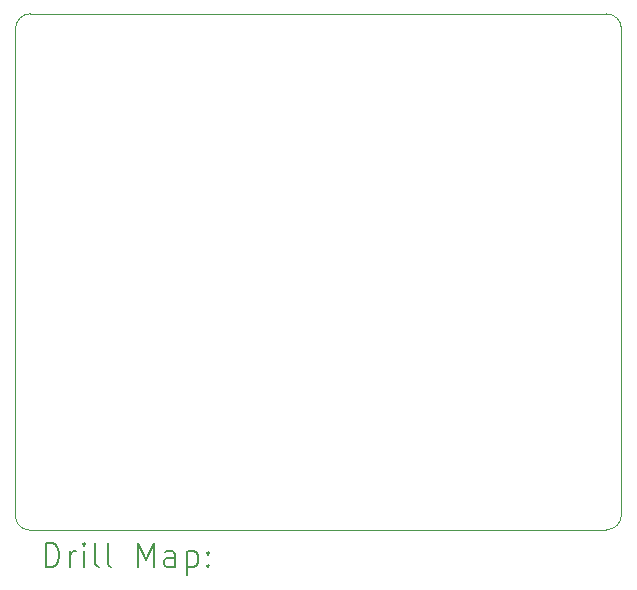
<source format=gbr>
%TF.GenerationSoftware,KiCad,Pcbnew,8.0.3*%
%TF.CreationDate,2024-07-09T21:28:28-04:00*%
%TF.ProjectId,PCB,5043422e-6b69-4636-9164-5f7063625858,rev?*%
%TF.SameCoordinates,Original*%
%TF.FileFunction,Drillmap*%
%TF.FilePolarity,Positive*%
%FSLAX45Y45*%
G04 Gerber Fmt 4.5, Leading zero omitted, Abs format (unit mm)*
G04 Created by KiCad (PCBNEW 8.0.3) date 2024-07-09 21:28:28*
%MOMM*%
%LPD*%
G01*
G04 APERTURE LIST*
%ADD10C,0.050000*%
%ADD11C,0.200000*%
G04 APERTURE END LIST*
D10*
X4241800Y-4191000D02*
G75*
G02*
X4368800Y-4064000I127000J0D01*
G01*
X9245600Y-4064000D02*
G75*
G02*
X9372600Y-4191000I0J-127000D01*
G01*
X9372600Y-8305800D02*
G75*
G02*
X9245600Y-8432800I-127000J0D01*
G01*
X4356100Y-8432800D02*
G75*
G02*
X4241800Y-8318500I0J114300D01*
G01*
X9245600Y-4064000D02*
X4368800Y-4064000D01*
X9372600Y-8305800D02*
X9372600Y-4191000D01*
X4356100Y-8432800D02*
X9245600Y-8432800D01*
X4241800Y-4191000D02*
X4241800Y-8318500D01*
D11*
X4500077Y-8746784D02*
X4500077Y-8546784D01*
X4500077Y-8546784D02*
X4547696Y-8546784D01*
X4547696Y-8546784D02*
X4576267Y-8556308D01*
X4576267Y-8556308D02*
X4595315Y-8575355D01*
X4595315Y-8575355D02*
X4604839Y-8594403D01*
X4604839Y-8594403D02*
X4614363Y-8632498D01*
X4614363Y-8632498D02*
X4614363Y-8661070D01*
X4614363Y-8661070D02*
X4604839Y-8699165D01*
X4604839Y-8699165D02*
X4595315Y-8718212D01*
X4595315Y-8718212D02*
X4576267Y-8737260D01*
X4576267Y-8737260D02*
X4547696Y-8746784D01*
X4547696Y-8746784D02*
X4500077Y-8746784D01*
X4700077Y-8746784D02*
X4700077Y-8613450D01*
X4700077Y-8651546D02*
X4709601Y-8632498D01*
X4709601Y-8632498D02*
X4719124Y-8622974D01*
X4719124Y-8622974D02*
X4738172Y-8613450D01*
X4738172Y-8613450D02*
X4757220Y-8613450D01*
X4823886Y-8746784D02*
X4823886Y-8613450D01*
X4823886Y-8546784D02*
X4814363Y-8556308D01*
X4814363Y-8556308D02*
X4823886Y-8565831D01*
X4823886Y-8565831D02*
X4833410Y-8556308D01*
X4833410Y-8556308D02*
X4823886Y-8546784D01*
X4823886Y-8546784D02*
X4823886Y-8565831D01*
X4947696Y-8746784D02*
X4928648Y-8737260D01*
X4928648Y-8737260D02*
X4919124Y-8718212D01*
X4919124Y-8718212D02*
X4919124Y-8546784D01*
X5052458Y-8746784D02*
X5033410Y-8737260D01*
X5033410Y-8737260D02*
X5023886Y-8718212D01*
X5023886Y-8718212D02*
X5023886Y-8546784D01*
X5281029Y-8746784D02*
X5281029Y-8546784D01*
X5281029Y-8546784D02*
X5347696Y-8689641D01*
X5347696Y-8689641D02*
X5414363Y-8546784D01*
X5414363Y-8546784D02*
X5414363Y-8746784D01*
X5595315Y-8746784D02*
X5595315Y-8642022D01*
X5595315Y-8642022D02*
X5585791Y-8622974D01*
X5585791Y-8622974D02*
X5566744Y-8613450D01*
X5566744Y-8613450D02*
X5528648Y-8613450D01*
X5528648Y-8613450D02*
X5509601Y-8622974D01*
X5595315Y-8737260D02*
X5576267Y-8746784D01*
X5576267Y-8746784D02*
X5528648Y-8746784D01*
X5528648Y-8746784D02*
X5509601Y-8737260D01*
X5509601Y-8737260D02*
X5500077Y-8718212D01*
X5500077Y-8718212D02*
X5500077Y-8699165D01*
X5500077Y-8699165D02*
X5509601Y-8680117D01*
X5509601Y-8680117D02*
X5528648Y-8670593D01*
X5528648Y-8670593D02*
X5576267Y-8670593D01*
X5576267Y-8670593D02*
X5595315Y-8661070D01*
X5690553Y-8613450D02*
X5690553Y-8813450D01*
X5690553Y-8622974D02*
X5709601Y-8613450D01*
X5709601Y-8613450D02*
X5747696Y-8613450D01*
X5747696Y-8613450D02*
X5766743Y-8622974D01*
X5766743Y-8622974D02*
X5776267Y-8632498D01*
X5776267Y-8632498D02*
X5785791Y-8651546D01*
X5785791Y-8651546D02*
X5785791Y-8708689D01*
X5785791Y-8708689D02*
X5776267Y-8727736D01*
X5776267Y-8727736D02*
X5766743Y-8737260D01*
X5766743Y-8737260D02*
X5747696Y-8746784D01*
X5747696Y-8746784D02*
X5709601Y-8746784D01*
X5709601Y-8746784D02*
X5690553Y-8737260D01*
X5871505Y-8727736D02*
X5881029Y-8737260D01*
X5881029Y-8737260D02*
X5871505Y-8746784D01*
X5871505Y-8746784D02*
X5861982Y-8737260D01*
X5861982Y-8737260D02*
X5871505Y-8727736D01*
X5871505Y-8727736D02*
X5871505Y-8746784D01*
X5871505Y-8622974D02*
X5881029Y-8632498D01*
X5881029Y-8632498D02*
X5871505Y-8642022D01*
X5871505Y-8642022D02*
X5861982Y-8632498D01*
X5861982Y-8632498D02*
X5871505Y-8622974D01*
X5871505Y-8622974D02*
X5871505Y-8642022D01*
M02*

</source>
